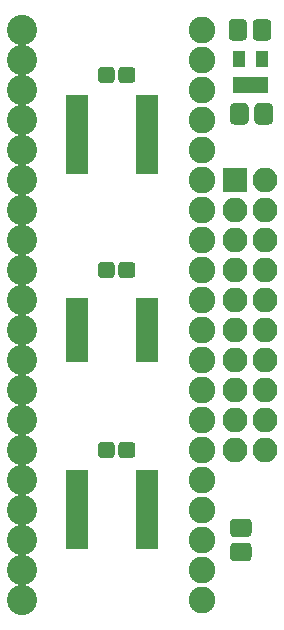
<source format=gbr>
G04 #@! TF.GenerationSoftware,KiCad,Pcbnew,(5.0.0)*
G04 #@! TF.CreationDate,2019-04-25T10:06:30+02:00*
G04 #@! TF.ProjectId,c64board,633634626F6172642E6B696361645F70,rev?*
G04 #@! TF.SameCoordinates,Original*
G04 #@! TF.FileFunction,Soldermask,Top*
G04 #@! TF.FilePolarity,Negative*
%FSLAX46Y46*%
G04 Gerber Fmt 4.6, Leading zero omitted, Abs format (unit mm)*
G04 Created by KiCad (PCBNEW (5.0.0)) date 04/25/19 10:06:30*
%MOMM*%
%LPD*%
G01*
G04 APERTURE LIST*
%ADD10C,0.100000*%
%ADD11C,1.550000*%
%ADD12R,2.100000X2.100000*%
%ADD13O,2.100000X2.100000*%
%ADD14R,1.850000X0.850000*%
%ADD15C,1.350000*%
%ADD16R,1.050000X1.460000*%
%ADD17R,1.900000X0.850000*%
%ADD18C,2.254200*%
%ADD19C,2.559000*%
G04 APERTURE END LIST*
D10*
G04 #@! TO.C,R1*
G36*
X153758071Y-97252623D02*
X153790781Y-97257475D01*
X153822857Y-97265509D01*
X153853991Y-97276649D01*
X153883884Y-97290787D01*
X153912247Y-97307787D01*
X153938807Y-97327485D01*
X153963308Y-97349692D01*
X153985515Y-97374193D01*
X154005213Y-97400753D01*
X154022213Y-97429116D01*
X154036351Y-97459009D01*
X154047491Y-97490143D01*
X154055525Y-97522219D01*
X154060377Y-97554929D01*
X154062000Y-97587956D01*
X154062000Y-98464044D01*
X154060377Y-98497071D01*
X154055525Y-98529781D01*
X154047491Y-98561857D01*
X154036351Y-98592991D01*
X154022213Y-98622884D01*
X154005213Y-98651247D01*
X153985515Y-98677807D01*
X153963308Y-98702308D01*
X153938807Y-98724515D01*
X153912247Y-98744213D01*
X153883884Y-98761213D01*
X153853991Y-98775351D01*
X153822857Y-98786491D01*
X153790781Y-98794525D01*
X153758071Y-98799377D01*
X153725044Y-98801000D01*
X152598956Y-98801000D01*
X152565929Y-98799377D01*
X152533219Y-98794525D01*
X152501143Y-98786491D01*
X152470009Y-98775351D01*
X152440116Y-98761213D01*
X152411753Y-98744213D01*
X152385193Y-98724515D01*
X152360692Y-98702308D01*
X152338485Y-98677807D01*
X152318787Y-98651247D01*
X152301787Y-98622884D01*
X152287649Y-98592991D01*
X152276509Y-98561857D01*
X152268475Y-98529781D01*
X152263623Y-98497071D01*
X152262000Y-98464044D01*
X152262000Y-97587956D01*
X152263623Y-97554929D01*
X152268475Y-97522219D01*
X152276509Y-97490143D01*
X152287649Y-97459009D01*
X152301787Y-97429116D01*
X152318787Y-97400753D01*
X152338485Y-97374193D01*
X152360692Y-97349692D01*
X152385193Y-97327485D01*
X152411753Y-97307787D01*
X152440116Y-97290787D01*
X152470009Y-97276649D01*
X152501143Y-97265509D01*
X152533219Y-97257475D01*
X152565929Y-97252623D01*
X152598956Y-97251000D01*
X153725044Y-97251000D01*
X153758071Y-97252623D01*
X153758071Y-97252623D01*
G37*
D11*
X153162000Y-98026000D03*
D10*
G36*
X153758071Y-99302623D02*
X153790781Y-99307475D01*
X153822857Y-99315509D01*
X153853991Y-99326649D01*
X153883884Y-99340787D01*
X153912247Y-99357787D01*
X153938807Y-99377485D01*
X153963308Y-99399692D01*
X153985515Y-99424193D01*
X154005213Y-99450753D01*
X154022213Y-99479116D01*
X154036351Y-99509009D01*
X154047491Y-99540143D01*
X154055525Y-99572219D01*
X154060377Y-99604929D01*
X154062000Y-99637956D01*
X154062000Y-100514044D01*
X154060377Y-100547071D01*
X154055525Y-100579781D01*
X154047491Y-100611857D01*
X154036351Y-100642991D01*
X154022213Y-100672884D01*
X154005213Y-100701247D01*
X153985515Y-100727807D01*
X153963308Y-100752308D01*
X153938807Y-100774515D01*
X153912247Y-100794213D01*
X153883884Y-100811213D01*
X153853991Y-100825351D01*
X153822857Y-100836491D01*
X153790781Y-100844525D01*
X153758071Y-100849377D01*
X153725044Y-100851000D01*
X152598956Y-100851000D01*
X152565929Y-100849377D01*
X152533219Y-100844525D01*
X152501143Y-100836491D01*
X152470009Y-100825351D01*
X152440116Y-100811213D01*
X152411753Y-100794213D01*
X152385193Y-100774515D01*
X152360692Y-100752308D01*
X152338485Y-100727807D01*
X152318787Y-100701247D01*
X152301787Y-100672884D01*
X152287649Y-100642991D01*
X152276509Y-100611857D01*
X152268475Y-100579781D01*
X152263623Y-100547071D01*
X152262000Y-100514044D01*
X152262000Y-99637956D01*
X152263623Y-99604929D01*
X152268475Y-99572219D01*
X152276509Y-99540143D01*
X152287649Y-99509009D01*
X152301787Y-99479116D01*
X152318787Y-99450753D01*
X152338485Y-99424193D01*
X152360692Y-99399692D01*
X152385193Y-99377485D01*
X152411753Y-99357787D01*
X152440116Y-99340787D01*
X152470009Y-99326649D01*
X152501143Y-99315509D01*
X152533219Y-99307475D01*
X152565929Y-99302623D01*
X152598956Y-99301000D01*
X153725044Y-99301000D01*
X153758071Y-99302623D01*
X153758071Y-99302623D01*
G37*
D11*
X153162000Y-100076000D03*
G04 #@! TD*
D12*
G04 #@! TO.C,J1*
X152654000Y-68580000D03*
D13*
X155194000Y-68580000D03*
X152654000Y-71120000D03*
X155194000Y-71120000D03*
X152654000Y-73660000D03*
X155194000Y-73660000D03*
X152654000Y-76200000D03*
X155194000Y-76200000D03*
X152654000Y-78740000D03*
X155194000Y-78740000D03*
X152654000Y-81280000D03*
X155194000Y-81280000D03*
X152654000Y-83820000D03*
X155194000Y-83820000D03*
X152654000Y-86360000D03*
X155194000Y-86360000D03*
X152654000Y-88900000D03*
X155194000Y-88900000D03*
X152654000Y-91440000D03*
X155194000Y-91440000D03*
G04 #@! TD*
D14*
G04 #@! TO.C,U5*
X145190000Y-93595000D03*
X145190000Y-94245000D03*
X145190000Y-94895000D03*
X145190000Y-95545000D03*
X145190000Y-96195000D03*
X145190000Y-96845000D03*
X145190000Y-97495000D03*
X145190000Y-98145000D03*
X145190000Y-98795000D03*
X145190000Y-99445000D03*
X139290000Y-99445000D03*
X139290000Y-98795000D03*
X139290000Y-98145000D03*
X139290000Y-97495000D03*
X139290000Y-96845000D03*
X139290000Y-96195000D03*
X139290000Y-95545000D03*
X139290000Y-94895000D03*
X139290000Y-94245000D03*
X139290000Y-93595000D03*
G04 #@! TD*
D10*
G04 #@! TO.C,C1*
G36*
X153506071Y-62093623D02*
X153538781Y-62098475D01*
X153570857Y-62106509D01*
X153601991Y-62117649D01*
X153631884Y-62131787D01*
X153660247Y-62148787D01*
X153686807Y-62168485D01*
X153711308Y-62190692D01*
X153733515Y-62215193D01*
X153753213Y-62241753D01*
X153770213Y-62270116D01*
X153784351Y-62300009D01*
X153795491Y-62331143D01*
X153803525Y-62363219D01*
X153808377Y-62395929D01*
X153810000Y-62428956D01*
X153810000Y-63555044D01*
X153808377Y-63588071D01*
X153803525Y-63620781D01*
X153795491Y-63652857D01*
X153784351Y-63683991D01*
X153770213Y-63713884D01*
X153753213Y-63742247D01*
X153733515Y-63768807D01*
X153711308Y-63793308D01*
X153686807Y-63815515D01*
X153660247Y-63835213D01*
X153631884Y-63852213D01*
X153601991Y-63866351D01*
X153570857Y-63877491D01*
X153538781Y-63885525D01*
X153506071Y-63890377D01*
X153473044Y-63892000D01*
X152596956Y-63892000D01*
X152563929Y-63890377D01*
X152531219Y-63885525D01*
X152499143Y-63877491D01*
X152468009Y-63866351D01*
X152438116Y-63852213D01*
X152409753Y-63835213D01*
X152383193Y-63815515D01*
X152358692Y-63793308D01*
X152336485Y-63768807D01*
X152316787Y-63742247D01*
X152299787Y-63713884D01*
X152285649Y-63683991D01*
X152274509Y-63652857D01*
X152266475Y-63620781D01*
X152261623Y-63588071D01*
X152260000Y-63555044D01*
X152260000Y-62428956D01*
X152261623Y-62395929D01*
X152266475Y-62363219D01*
X152274509Y-62331143D01*
X152285649Y-62300009D01*
X152299787Y-62270116D01*
X152316787Y-62241753D01*
X152336485Y-62215193D01*
X152358692Y-62190692D01*
X152383193Y-62168485D01*
X152409753Y-62148787D01*
X152438116Y-62131787D01*
X152468009Y-62117649D01*
X152499143Y-62106509D01*
X152531219Y-62098475D01*
X152563929Y-62093623D01*
X152596956Y-62092000D01*
X153473044Y-62092000D01*
X153506071Y-62093623D01*
X153506071Y-62093623D01*
G37*
D11*
X153035000Y-62992000D03*
D10*
G36*
X155556071Y-62093623D02*
X155588781Y-62098475D01*
X155620857Y-62106509D01*
X155651991Y-62117649D01*
X155681884Y-62131787D01*
X155710247Y-62148787D01*
X155736807Y-62168485D01*
X155761308Y-62190692D01*
X155783515Y-62215193D01*
X155803213Y-62241753D01*
X155820213Y-62270116D01*
X155834351Y-62300009D01*
X155845491Y-62331143D01*
X155853525Y-62363219D01*
X155858377Y-62395929D01*
X155860000Y-62428956D01*
X155860000Y-63555044D01*
X155858377Y-63588071D01*
X155853525Y-63620781D01*
X155845491Y-63652857D01*
X155834351Y-63683991D01*
X155820213Y-63713884D01*
X155803213Y-63742247D01*
X155783515Y-63768807D01*
X155761308Y-63793308D01*
X155736807Y-63815515D01*
X155710247Y-63835213D01*
X155681884Y-63852213D01*
X155651991Y-63866351D01*
X155620857Y-63877491D01*
X155588781Y-63885525D01*
X155556071Y-63890377D01*
X155523044Y-63892000D01*
X154646956Y-63892000D01*
X154613929Y-63890377D01*
X154581219Y-63885525D01*
X154549143Y-63877491D01*
X154518009Y-63866351D01*
X154488116Y-63852213D01*
X154459753Y-63835213D01*
X154433193Y-63815515D01*
X154408692Y-63793308D01*
X154386485Y-63768807D01*
X154366787Y-63742247D01*
X154349787Y-63713884D01*
X154335649Y-63683991D01*
X154324509Y-63652857D01*
X154316475Y-63620781D01*
X154311623Y-63588071D01*
X154310000Y-63555044D01*
X154310000Y-62428956D01*
X154311623Y-62395929D01*
X154316475Y-62363219D01*
X154324509Y-62331143D01*
X154335649Y-62300009D01*
X154349787Y-62270116D01*
X154366787Y-62241753D01*
X154386485Y-62215193D01*
X154408692Y-62190692D01*
X154433193Y-62168485D01*
X154459753Y-62148787D01*
X154488116Y-62131787D01*
X154518009Y-62117649D01*
X154549143Y-62106509D01*
X154581219Y-62098475D01*
X154613929Y-62093623D01*
X154646956Y-62092000D01*
X155523044Y-62092000D01*
X155556071Y-62093623D01*
X155556071Y-62093623D01*
G37*
D11*
X155085000Y-62992000D03*
G04 #@! TD*
D10*
G04 #@! TO.C,C2*
G36*
X155420071Y-54981623D02*
X155452781Y-54986475D01*
X155484857Y-54994509D01*
X155515991Y-55005649D01*
X155545884Y-55019787D01*
X155574247Y-55036787D01*
X155600807Y-55056485D01*
X155625308Y-55078692D01*
X155647515Y-55103193D01*
X155667213Y-55129753D01*
X155684213Y-55158116D01*
X155698351Y-55188009D01*
X155709491Y-55219143D01*
X155717525Y-55251219D01*
X155722377Y-55283929D01*
X155724000Y-55316956D01*
X155724000Y-56443044D01*
X155722377Y-56476071D01*
X155717525Y-56508781D01*
X155709491Y-56540857D01*
X155698351Y-56571991D01*
X155684213Y-56601884D01*
X155667213Y-56630247D01*
X155647515Y-56656807D01*
X155625308Y-56681308D01*
X155600807Y-56703515D01*
X155574247Y-56723213D01*
X155545884Y-56740213D01*
X155515991Y-56754351D01*
X155484857Y-56765491D01*
X155452781Y-56773525D01*
X155420071Y-56778377D01*
X155387044Y-56780000D01*
X154510956Y-56780000D01*
X154477929Y-56778377D01*
X154445219Y-56773525D01*
X154413143Y-56765491D01*
X154382009Y-56754351D01*
X154352116Y-56740213D01*
X154323753Y-56723213D01*
X154297193Y-56703515D01*
X154272692Y-56681308D01*
X154250485Y-56656807D01*
X154230787Y-56630247D01*
X154213787Y-56601884D01*
X154199649Y-56571991D01*
X154188509Y-56540857D01*
X154180475Y-56508781D01*
X154175623Y-56476071D01*
X154174000Y-56443044D01*
X154174000Y-55316956D01*
X154175623Y-55283929D01*
X154180475Y-55251219D01*
X154188509Y-55219143D01*
X154199649Y-55188009D01*
X154213787Y-55158116D01*
X154230787Y-55129753D01*
X154250485Y-55103193D01*
X154272692Y-55078692D01*
X154297193Y-55056485D01*
X154323753Y-55036787D01*
X154352116Y-55019787D01*
X154382009Y-55005649D01*
X154413143Y-54994509D01*
X154445219Y-54986475D01*
X154477929Y-54981623D01*
X154510956Y-54980000D01*
X155387044Y-54980000D01*
X155420071Y-54981623D01*
X155420071Y-54981623D01*
G37*
D11*
X154949000Y-55880000D03*
D10*
G36*
X153370071Y-54981623D02*
X153402781Y-54986475D01*
X153434857Y-54994509D01*
X153465991Y-55005649D01*
X153495884Y-55019787D01*
X153524247Y-55036787D01*
X153550807Y-55056485D01*
X153575308Y-55078692D01*
X153597515Y-55103193D01*
X153617213Y-55129753D01*
X153634213Y-55158116D01*
X153648351Y-55188009D01*
X153659491Y-55219143D01*
X153667525Y-55251219D01*
X153672377Y-55283929D01*
X153674000Y-55316956D01*
X153674000Y-56443044D01*
X153672377Y-56476071D01*
X153667525Y-56508781D01*
X153659491Y-56540857D01*
X153648351Y-56571991D01*
X153634213Y-56601884D01*
X153617213Y-56630247D01*
X153597515Y-56656807D01*
X153575308Y-56681308D01*
X153550807Y-56703515D01*
X153524247Y-56723213D01*
X153495884Y-56740213D01*
X153465991Y-56754351D01*
X153434857Y-56765491D01*
X153402781Y-56773525D01*
X153370071Y-56778377D01*
X153337044Y-56780000D01*
X152460956Y-56780000D01*
X152427929Y-56778377D01*
X152395219Y-56773525D01*
X152363143Y-56765491D01*
X152332009Y-56754351D01*
X152302116Y-56740213D01*
X152273753Y-56723213D01*
X152247193Y-56703515D01*
X152222692Y-56681308D01*
X152200485Y-56656807D01*
X152180787Y-56630247D01*
X152163787Y-56601884D01*
X152149649Y-56571991D01*
X152138509Y-56540857D01*
X152130475Y-56508781D01*
X152125623Y-56476071D01*
X152124000Y-56443044D01*
X152124000Y-55316956D01*
X152125623Y-55283929D01*
X152130475Y-55251219D01*
X152138509Y-55219143D01*
X152149649Y-55188009D01*
X152163787Y-55158116D01*
X152180787Y-55129753D01*
X152200485Y-55103193D01*
X152222692Y-55078692D01*
X152247193Y-55056485D01*
X152273753Y-55036787D01*
X152302116Y-55019787D01*
X152332009Y-55005649D01*
X152363143Y-54994509D01*
X152395219Y-54986475D01*
X152427929Y-54981623D01*
X152460956Y-54980000D01*
X153337044Y-54980000D01*
X153370071Y-54981623D01*
X153370071Y-54981623D01*
G37*
D11*
X152899000Y-55880000D03*
G04 #@! TD*
D10*
G04 #@! TO.C,C3*
G36*
X143930581Y-75526625D02*
X143963343Y-75531485D01*
X143995471Y-75539533D01*
X144026656Y-75550691D01*
X144056596Y-75564852D01*
X144085005Y-75581879D01*
X144111608Y-75601609D01*
X144136149Y-75623851D01*
X144158391Y-75648392D01*
X144178121Y-75674995D01*
X144195148Y-75703404D01*
X144209309Y-75733344D01*
X144220467Y-75764529D01*
X144228515Y-75796657D01*
X144233375Y-75829419D01*
X144235000Y-75862500D01*
X144235000Y-76537500D01*
X144233375Y-76570581D01*
X144228515Y-76603343D01*
X144220467Y-76635471D01*
X144209309Y-76666656D01*
X144195148Y-76696596D01*
X144178121Y-76725005D01*
X144158391Y-76751608D01*
X144136149Y-76776149D01*
X144111608Y-76798391D01*
X144085005Y-76818121D01*
X144056596Y-76835148D01*
X144026656Y-76849309D01*
X143995471Y-76860467D01*
X143963343Y-76868515D01*
X143930581Y-76873375D01*
X143897500Y-76875000D01*
X143122500Y-76875000D01*
X143089419Y-76873375D01*
X143056657Y-76868515D01*
X143024529Y-76860467D01*
X142993344Y-76849309D01*
X142963404Y-76835148D01*
X142934995Y-76818121D01*
X142908392Y-76798391D01*
X142883851Y-76776149D01*
X142861609Y-76751608D01*
X142841879Y-76725005D01*
X142824852Y-76696596D01*
X142810691Y-76666656D01*
X142799533Y-76635471D01*
X142791485Y-76603343D01*
X142786625Y-76570581D01*
X142785000Y-76537500D01*
X142785000Y-75862500D01*
X142786625Y-75829419D01*
X142791485Y-75796657D01*
X142799533Y-75764529D01*
X142810691Y-75733344D01*
X142824852Y-75703404D01*
X142841879Y-75674995D01*
X142861609Y-75648392D01*
X142883851Y-75623851D01*
X142908392Y-75601609D01*
X142934995Y-75581879D01*
X142963404Y-75564852D01*
X142993344Y-75550691D01*
X143024529Y-75539533D01*
X143056657Y-75531485D01*
X143089419Y-75526625D01*
X143122500Y-75525000D01*
X143897500Y-75525000D01*
X143930581Y-75526625D01*
X143930581Y-75526625D01*
G37*
D15*
X143510000Y-76200000D03*
D10*
G36*
X142180581Y-75526625D02*
X142213343Y-75531485D01*
X142245471Y-75539533D01*
X142276656Y-75550691D01*
X142306596Y-75564852D01*
X142335005Y-75581879D01*
X142361608Y-75601609D01*
X142386149Y-75623851D01*
X142408391Y-75648392D01*
X142428121Y-75674995D01*
X142445148Y-75703404D01*
X142459309Y-75733344D01*
X142470467Y-75764529D01*
X142478515Y-75796657D01*
X142483375Y-75829419D01*
X142485000Y-75862500D01*
X142485000Y-76537500D01*
X142483375Y-76570581D01*
X142478515Y-76603343D01*
X142470467Y-76635471D01*
X142459309Y-76666656D01*
X142445148Y-76696596D01*
X142428121Y-76725005D01*
X142408391Y-76751608D01*
X142386149Y-76776149D01*
X142361608Y-76798391D01*
X142335005Y-76818121D01*
X142306596Y-76835148D01*
X142276656Y-76849309D01*
X142245471Y-76860467D01*
X142213343Y-76868515D01*
X142180581Y-76873375D01*
X142147500Y-76875000D01*
X141372500Y-76875000D01*
X141339419Y-76873375D01*
X141306657Y-76868515D01*
X141274529Y-76860467D01*
X141243344Y-76849309D01*
X141213404Y-76835148D01*
X141184995Y-76818121D01*
X141158392Y-76798391D01*
X141133851Y-76776149D01*
X141111609Y-76751608D01*
X141091879Y-76725005D01*
X141074852Y-76696596D01*
X141060691Y-76666656D01*
X141049533Y-76635471D01*
X141041485Y-76603343D01*
X141036625Y-76570581D01*
X141035000Y-76537500D01*
X141035000Y-75862500D01*
X141036625Y-75829419D01*
X141041485Y-75796657D01*
X141049533Y-75764529D01*
X141060691Y-75733344D01*
X141074852Y-75703404D01*
X141091879Y-75674995D01*
X141111609Y-75648392D01*
X141133851Y-75623851D01*
X141158392Y-75601609D01*
X141184995Y-75581879D01*
X141213404Y-75564852D01*
X141243344Y-75550691D01*
X141274529Y-75539533D01*
X141306657Y-75531485D01*
X141339419Y-75526625D01*
X141372500Y-75525000D01*
X142147500Y-75525000D01*
X142180581Y-75526625D01*
X142180581Y-75526625D01*
G37*
D15*
X141760000Y-76200000D03*
G04 #@! TD*
D10*
G04 #@! TO.C,C4*
G36*
X142180581Y-59016625D02*
X142213343Y-59021485D01*
X142245471Y-59029533D01*
X142276656Y-59040691D01*
X142306596Y-59054852D01*
X142335005Y-59071879D01*
X142361608Y-59091609D01*
X142386149Y-59113851D01*
X142408391Y-59138392D01*
X142428121Y-59164995D01*
X142445148Y-59193404D01*
X142459309Y-59223344D01*
X142470467Y-59254529D01*
X142478515Y-59286657D01*
X142483375Y-59319419D01*
X142485000Y-59352500D01*
X142485000Y-60027500D01*
X142483375Y-60060581D01*
X142478515Y-60093343D01*
X142470467Y-60125471D01*
X142459309Y-60156656D01*
X142445148Y-60186596D01*
X142428121Y-60215005D01*
X142408391Y-60241608D01*
X142386149Y-60266149D01*
X142361608Y-60288391D01*
X142335005Y-60308121D01*
X142306596Y-60325148D01*
X142276656Y-60339309D01*
X142245471Y-60350467D01*
X142213343Y-60358515D01*
X142180581Y-60363375D01*
X142147500Y-60365000D01*
X141372500Y-60365000D01*
X141339419Y-60363375D01*
X141306657Y-60358515D01*
X141274529Y-60350467D01*
X141243344Y-60339309D01*
X141213404Y-60325148D01*
X141184995Y-60308121D01*
X141158392Y-60288391D01*
X141133851Y-60266149D01*
X141111609Y-60241608D01*
X141091879Y-60215005D01*
X141074852Y-60186596D01*
X141060691Y-60156656D01*
X141049533Y-60125471D01*
X141041485Y-60093343D01*
X141036625Y-60060581D01*
X141035000Y-60027500D01*
X141035000Y-59352500D01*
X141036625Y-59319419D01*
X141041485Y-59286657D01*
X141049533Y-59254529D01*
X141060691Y-59223344D01*
X141074852Y-59193404D01*
X141091879Y-59164995D01*
X141111609Y-59138392D01*
X141133851Y-59113851D01*
X141158392Y-59091609D01*
X141184995Y-59071879D01*
X141213404Y-59054852D01*
X141243344Y-59040691D01*
X141274529Y-59029533D01*
X141306657Y-59021485D01*
X141339419Y-59016625D01*
X141372500Y-59015000D01*
X142147500Y-59015000D01*
X142180581Y-59016625D01*
X142180581Y-59016625D01*
G37*
D15*
X141760000Y-59690000D03*
D10*
G36*
X143930581Y-59016625D02*
X143963343Y-59021485D01*
X143995471Y-59029533D01*
X144026656Y-59040691D01*
X144056596Y-59054852D01*
X144085005Y-59071879D01*
X144111608Y-59091609D01*
X144136149Y-59113851D01*
X144158391Y-59138392D01*
X144178121Y-59164995D01*
X144195148Y-59193404D01*
X144209309Y-59223344D01*
X144220467Y-59254529D01*
X144228515Y-59286657D01*
X144233375Y-59319419D01*
X144235000Y-59352500D01*
X144235000Y-60027500D01*
X144233375Y-60060581D01*
X144228515Y-60093343D01*
X144220467Y-60125471D01*
X144209309Y-60156656D01*
X144195148Y-60186596D01*
X144178121Y-60215005D01*
X144158391Y-60241608D01*
X144136149Y-60266149D01*
X144111608Y-60288391D01*
X144085005Y-60308121D01*
X144056596Y-60325148D01*
X144026656Y-60339309D01*
X143995471Y-60350467D01*
X143963343Y-60358515D01*
X143930581Y-60363375D01*
X143897500Y-60365000D01*
X143122500Y-60365000D01*
X143089419Y-60363375D01*
X143056657Y-60358515D01*
X143024529Y-60350467D01*
X142993344Y-60339309D01*
X142963404Y-60325148D01*
X142934995Y-60308121D01*
X142908392Y-60288391D01*
X142883851Y-60266149D01*
X142861609Y-60241608D01*
X142841879Y-60215005D01*
X142824852Y-60186596D01*
X142810691Y-60156656D01*
X142799533Y-60125471D01*
X142791485Y-60093343D01*
X142786625Y-60060581D01*
X142785000Y-60027500D01*
X142785000Y-59352500D01*
X142786625Y-59319419D01*
X142791485Y-59286657D01*
X142799533Y-59254529D01*
X142810691Y-59223344D01*
X142824852Y-59193404D01*
X142841879Y-59164995D01*
X142861609Y-59138392D01*
X142883851Y-59113851D01*
X142908392Y-59091609D01*
X142934995Y-59071879D01*
X142963404Y-59054852D01*
X142993344Y-59040691D01*
X143024529Y-59029533D01*
X143056657Y-59021485D01*
X143089419Y-59016625D01*
X143122500Y-59015000D01*
X143897500Y-59015000D01*
X143930581Y-59016625D01*
X143930581Y-59016625D01*
G37*
D15*
X143510000Y-59690000D03*
G04 #@! TD*
D10*
G04 #@! TO.C,C5*
G36*
X143930581Y-90766625D02*
X143963343Y-90771485D01*
X143995471Y-90779533D01*
X144026656Y-90790691D01*
X144056596Y-90804852D01*
X144085005Y-90821879D01*
X144111608Y-90841609D01*
X144136149Y-90863851D01*
X144158391Y-90888392D01*
X144178121Y-90914995D01*
X144195148Y-90943404D01*
X144209309Y-90973344D01*
X144220467Y-91004529D01*
X144228515Y-91036657D01*
X144233375Y-91069419D01*
X144235000Y-91102500D01*
X144235000Y-91777500D01*
X144233375Y-91810581D01*
X144228515Y-91843343D01*
X144220467Y-91875471D01*
X144209309Y-91906656D01*
X144195148Y-91936596D01*
X144178121Y-91965005D01*
X144158391Y-91991608D01*
X144136149Y-92016149D01*
X144111608Y-92038391D01*
X144085005Y-92058121D01*
X144056596Y-92075148D01*
X144026656Y-92089309D01*
X143995471Y-92100467D01*
X143963343Y-92108515D01*
X143930581Y-92113375D01*
X143897500Y-92115000D01*
X143122500Y-92115000D01*
X143089419Y-92113375D01*
X143056657Y-92108515D01*
X143024529Y-92100467D01*
X142993344Y-92089309D01*
X142963404Y-92075148D01*
X142934995Y-92058121D01*
X142908392Y-92038391D01*
X142883851Y-92016149D01*
X142861609Y-91991608D01*
X142841879Y-91965005D01*
X142824852Y-91936596D01*
X142810691Y-91906656D01*
X142799533Y-91875471D01*
X142791485Y-91843343D01*
X142786625Y-91810581D01*
X142785000Y-91777500D01*
X142785000Y-91102500D01*
X142786625Y-91069419D01*
X142791485Y-91036657D01*
X142799533Y-91004529D01*
X142810691Y-90973344D01*
X142824852Y-90943404D01*
X142841879Y-90914995D01*
X142861609Y-90888392D01*
X142883851Y-90863851D01*
X142908392Y-90841609D01*
X142934995Y-90821879D01*
X142963404Y-90804852D01*
X142993344Y-90790691D01*
X143024529Y-90779533D01*
X143056657Y-90771485D01*
X143089419Y-90766625D01*
X143122500Y-90765000D01*
X143897500Y-90765000D01*
X143930581Y-90766625D01*
X143930581Y-90766625D01*
G37*
D15*
X143510000Y-91440000D03*
D10*
G36*
X142180581Y-90766625D02*
X142213343Y-90771485D01*
X142245471Y-90779533D01*
X142276656Y-90790691D01*
X142306596Y-90804852D01*
X142335005Y-90821879D01*
X142361608Y-90841609D01*
X142386149Y-90863851D01*
X142408391Y-90888392D01*
X142428121Y-90914995D01*
X142445148Y-90943404D01*
X142459309Y-90973344D01*
X142470467Y-91004529D01*
X142478515Y-91036657D01*
X142483375Y-91069419D01*
X142485000Y-91102500D01*
X142485000Y-91777500D01*
X142483375Y-91810581D01*
X142478515Y-91843343D01*
X142470467Y-91875471D01*
X142459309Y-91906656D01*
X142445148Y-91936596D01*
X142428121Y-91965005D01*
X142408391Y-91991608D01*
X142386149Y-92016149D01*
X142361608Y-92038391D01*
X142335005Y-92058121D01*
X142306596Y-92075148D01*
X142276656Y-92089309D01*
X142245471Y-92100467D01*
X142213343Y-92108515D01*
X142180581Y-92113375D01*
X142147500Y-92115000D01*
X141372500Y-92115000D01*
X141339419Y-92113375D01*
X141306657Y-92108515D01*
X141274529Y-92100467D01*
X141243344Y-92089309D01*
X141213404Y-92075148D01*
X141184995Y-92058121D01*
X141158392Y-92038391D01*
X141133851Y-92016149D01*
X141111609Y-91991608D01*
X141091879Y-91965005D01*
X141074852Y-91936596D01*
X141060691Y-91906656D01*
X141049533Y-91875471D01*
X141041485Y-91843343D01*
X141036625Y-91810581D01*
X141035000Y-91777500D01*
X141035000Y-91102500D01*
X141036625Y-91069419D01*
X141041485Y-91036657D01*
X141049533Y-91004529D01*
X141060691Y-90973344D01*
X141074852Y-90943404D01*
X141091879Y-90914995D01*
X141111609Y-90888392D01*
X141133851Y-90863851D01*
X141158392Y-90841609D01*
X141184995Y-90821879D01*
X141213404Y-90804852D01*
X141243344Y-90790691D01*
X141274529Y-90779533D01*
X141306657Y-90771485D01*
X141339419Y-90766625D01*
X141372500Y-90765000D01*
X142147500Y-90765000D01*
X142180581Y-90766625D01*
X142180581Y-90766625D01*
G37*
D15*
X141760000Y-91440000D03*
G04 #@! TD*
D16*
G04 #@! TO.C,U2*
X153040000Y-60536000D03*
X153990000Y-60536000D03*
X154940000Y-60536000D03*
X154940000Y-58336000D03*
X153040000Y-58336000D03*
G04 #@! TD*
D17*
G04 #@! TO.C,U3*
X139290000Y-79005000D03*
X139290000Y-79655000D03*
X139290000Y-80305000D03*
X139290000Y-80955000D03*
X139290000Y-81605000D03*
X139290000Y-82255000D03*
X139290000Y-82905000D03*
X139290000Y-83555000D03*
X145190000Y-83555000D03*
X145190000Y-82905000D03*
X145190000Y-82255000D03*
X145190000Y-81605000D03*
X145190000Y-80955000D03*
X145190000Y-80305000D03*
X145190000Y-79655000D03*
X145190000Y-79005000D03*
G04 #@! TD*
D14*
G04 #@! TO.C,U4*
X139290000Y-61845000D03*
X139290000Y-62495000D03*
X139290000Y-63145000D03*
X139290000Y-63795000D03*
X139290000Y-64445000D03*
X139290000Y-65095000D03*
X139290000Y-65745000D03*
X139290000Y-66395000D03*
X139290000Y-67045000D03*
X139290000Y-67695000D03*
X145190000Y-67695000D03*
X145190000Y-67045000D03*
X145190000Y-66395000D03*
X145190000Y-65745000D03*
X145190000Y-65095000D03*
X145190000Y-64445000D03*
X145190000Y-63795000D03*
X145190000Y-63145000D03*
X145190000Y-62495000D03*
X145190000Y-61845000D03*
G04 #@! TD*
D18*
G04 #@! TO.C,U1*
X149860000Y-55880000D03*
X149860000Y-58420000D03*
X149860000Y-60960000D03*
X149860000Y-63500000D03*
X149860000Y-66040000D03*
X149860000Y-68580000D03*
X149860000Y-71120000D03*
X149860000Y-73660000D03*
X149860000Y-76200000D03*
X149860000Y-78740000D03*
X149860000Y-81280000D03*
X149860000Y-83820000D03*
X149860000Y-86360000D03*
X149860000Y-88900000D03*
X149860000Y-91440000D03*
X149860000Y-93980000D03*
X149860000Y-96520000D03*
X149860000Y-99060000D03*
X149860000Y-101600000D03*
X149860000Y-104140000D03*
D19*
X134620000Y-104140000D03*
X134620000Y-101600000D03*
X134620000Y-99060000D03*
X134620000Y-96520000D03*
X134620000Y-93980000D03*
X134620000Y-91440000D03*
X134620000Y-88900000D03*
X134620000Y-86360000D03*
X134620000Y-83820000D03*
X134620000Y-81280000D03*
X134620000Y-76200000D03*
X134620000Y-73660000D03*
X134620000Y-71120000D03*
X134620000Y-68580000D03*
X134620000Y-66040000D03*
X134620000Y-63500000D03*
X134620000Y-60960000D03*
X134620000Y-58420000D03*
X134620000Y-55880000D03*
X134620000Y-78740000D03*
G04 #@! TD*
M02*

</source>
